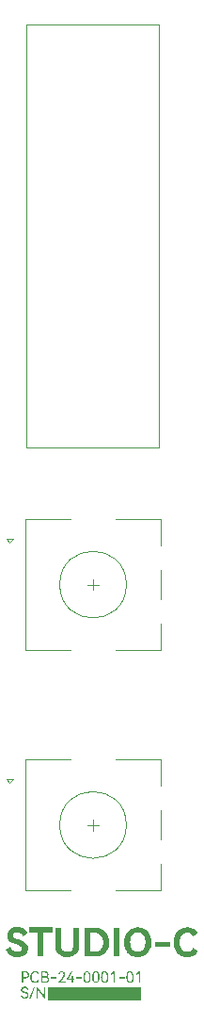
<source format=gbr>
%TF.GenerationSoftware,KiCad,Pcbnew,8.0.1*%
%TF.CreationDate,2024-08-08T15:56:45+10:00*%
%TF.ProjectId,banana17_main,62616e61-6e61-4313-975f-6d61696e2e6b,rev?*%
%TF.SameCoordinates,Original*%
%TF.FileFunction,Legend,Top*%
%TF.FilePolarity,Positive*%
%FSLAX46Y46*%
G04 Gerber Fmt 4.6, Leading zero omitted, Abs format (unit mm)*
G04 Created by KiCad (PCBNEW 8.0.1) date 2024-08-08 15:56:45*
%MOMM*%
%LPD*%
G01*
G04 APERTURE LIST*
%ADD10C,0.100000*%
%ADD11C,0.125000*%
%ADD12C,0.200000*%
%ADD13C,0.120000*%
G04 APERTURE END LIST*
D10*
X101500000Y-149950000D02*
X109800000Y-149950000D01*
X109800000Y-151050000D01*
X101500000Y-151050000D01*
X101500000Y-149950000D01*
G36*
X101500000Y-149950000D02*
G01*
X109800000Y-149950000D01*
X109800000Y-151050000D01*
X101500000Y-151050000D01*
X101500000Y-149950000D01*
G37*
D11*
G36*
X99751290Y-150693991D02*
G01*
X99747379Y-150747424D01*
X99735644Y-150796898D01*
X99716085Y-150842412D01*
X99711235Y-150851039D01*
X99682550Y-150890824D01*
X99646568Y-150924694D01*
X99603286Y-150952648D01*
X99593754Y-150957529D01*
X99548041Y-150975948D01*
X99497729Y-150988338D01*
X99449148Y-150994292D01*
X99410327Y-150995631D01*
X99356335Y-150993175D01*
X99305364Y-150985808D01*
X99257416Y-150973529D01*
X99205297Y-150952996D01*
X99157292Y-150925778D01*
X99114780Y-150892913D01*
X99079140Y-150855653D01*
X99050372Y-150813999D01*
X99028477Y-150767951D01*
X99019050Y-150739665D01*
X99117480Y-150680314D01*
X99138562Y-150726231D01*
X99167715Y-150771174D01*
X99202627Y-150809007D01*
X99229099Y-150830279D01*
X99273567Y-150855545D01*
X99323716Y-150872542D01*
X99373060Y-150880709D01*
X99413014Y-150882547D01*
X99466063Y-150878972D01*
X99516667Y-150866617D01*
X99562193Y-150842833D01*
X99569330Y-150837362D01*
X99603413Y-150798527D01*
X99621765Y-150749801D01*
X99625261Y-150711821D01*
X99619497Y-150663145D01*
X99598520Y-150617200D01*
X99590334Y-150606796D01*
X99554278Y-150572933D01*
X99511137Y-150546904D01*
X99504849Y-150544026D01*
X99457442Y-150524885D01*
X99407442Y-150507619D01*
X99365387Y-150494445D01*
X99318431Y-150479836D01*
X99271299Y-150463802D01*
X99221879Y-150444783D01*
X99206140Y-150438025D01*
X99163505Y-150414131D01*
X99123208Y-150379796D01*
X99104047Y-150357669D01*
X99078745Y-150312629D01*
X99065810Y-150263015D01*
X99062526Y-150216496D01*
X99066843Y-150163235D01*
X99079794Y-150114888D01*
X99104014Y-150067380D01*
X99106734Y-150063356D01*
X99141109Y-150022859D01*
X99183451Y-149989693D01*
X99228855Y-149965903D01*
X99279516Y-149948386D01*
X99328211Y-149938168D01*
X99379843Y-149933205D01*
X99403733Y-149932686D01*
X99452654Y-149934816D01*
X99505127Y-149942683D01*
X99552645Y-149956347D01*
X99600883Y-149979062D01*
X99622575Y-149993258D01*
X99660936Y-150025437D01*
X99695954Y-150066456D01*
X99722356Y-150112575D01*
X99735170Y-150146154D01*
X99638695Y-150205505D01*
X99616135Y-150161942D01*
X99585756Y-150121296D01*
X99549546Y-150088269D01*
X99506173Y-150064073D01*
X99459080Y-150050792D01*
X99410456Y-150045937D01*
X99398848Y-150045771D01*
X99348243Y-150049171D01*
X99298993Y-150060925D01*
X99253304Y-150083552D01*
X99245952Y-150088757D01*
X99210976Y-150125050D01*
X99191302Y-150173515D01*
X99188555Y-150203551D01*
X99196371Y-150252156D01*
X99219818Y-150290990D01*
X99257516Y-150322873D01*
X99298220Y-150344480D01*
X99346319Y-150362538D01*
X99393425Y-150377777D01*
X99427669Y-150387955D01*
X99477281Y-150403480D01*
X99527036Y-150420689D01*
X99574797Y-150439494D01*
X99595708Y-150448771D01*
X99641126Y-150475127D01*
X99681391Y-150509863D01*
X99705373Y-150537676D01*
X99731515Y-150582814D01*
X99745865Y-150631662D01*
X99751111Y-150681989D01*
X99751290Y-150693991D01*
G37*
G36*
X99823098Y-150980000D02*
G01*
X100206803Y-149948318D01*
X100326971Y-149948318D01*
X99943510Y-150980000D01*
X99823098Y-150980000D01*
G37*
G36*
X100584891Y-149948318D02*
G01*
X101143475Y-150755785D01*
X101143475Y-149948318D01*
X101269504Y-149948318D01*
X101269504Y-150980000D01*
X101156908Y-150980000D01*
X100598325Y-150171067D01*
X100598325Y-150980000D01*
X100472295Y-150980000D01*
X100472295Y-149948318D01*
X100584891Y-149948318D01*
G37*
G36*
X99488958Y-148550882D02*
G01*
X99542297Y-148559898D01*
X99592196Y-148575406D01*
X99623551Y-148589351D01*
X99666618Y-148614943D01*
X99707853Y-148649271D01*
X99742123Y-148689800D01*
X99751046Y-148703168D01*
X99775389Y-148750685D01*
X99790717Y-148802258D01*
X99796802Y-148852140D01*
X99797208Y-148869497D01*
X99793634Y-148920474D01*
X99782911Y-148968166D01*
X99762613Y-149017306D01*
X99752023Y-149035826D01*
X99720253Y-149078039D01*
X99681422Y-149114003D01*
X99640438Y-149141028D01*
X99625505Y-149148911D01*
X99577940Y-149168392D01*
X99526742Y-149181497D01*
X99478183Y-149187794D01*
X99439881Y-149189211D01*
X99251081Y-149189211D01*
X99251081Y-149580000D01*
X99125052Y-149580000D01*
X99125052Y-148661402D01*
X99251081Y-148661402D01*
X99251081Y-149076127D01*
X99426692Y-149076127D01*
X99475685Y-149073357D01*
X99525267Y-149063408D01*
X99572871Y-149043566D01*
X99607920Y-149018241D01*
X99641279Y-148978842D01*
X99662283Y-148933004D01*
X99670932Y-148880726D01*
X99671179Y-148869497D01*
X99665001Y-148815859D01*
X99646468Y-148768518D01*
X99615580Y-148727474D01*
X99607920Y-148720020D01*
X99568009Y-148691684D01*
X99519443Y-148672622D01*
X99469007Y-148663463D01*
X99426692Y-148661402D01*
X99251081Y-148661402D01*
X99125052Y-148661402D01*
X99125052Y-148548318D01*
X99438660Y-148548318D01*
X99488958Y-148550882D01*
G37*
G36*
X100351884Y-149482547D02*
G01*
X100402207Y-149478712D01*
X100456819Y-149463989D01*
X100505127Y-149438223D01*
X100547133Y-149401415D01*
X100577324Y-149362307D01*
X100598325Y-149325498D01*
X100698953Y-149384849D01*
X100674498Y-149431729D01*
X100644120Y-149473204D01*
X100607820Y-149509276D01*
X100565596Y-149539944D01*
X100518656Y-149564307D01*
X100468204Y-149581709D01*
X100414242Y-149592151D01*
X100364145Y-149595577D01*
X100356769Y-149595631D01*
X100301364Y-149592394D01*
X100248203Y-149582681D01*
X100197286Y-149566494D01*
X100148613Y-149543832D01*
X100121807Y-149527976D01*
X100077760Y-149495829D01*
X100037945Y-149458586D01*
X100002360Y-149416248D01*
X99971006Y-149368813D01*
X99954989Y-149339420D01*
X99934238Y-149292806D01*
X99917780Y-149243822D01*
X99905616Y-149192468D01*
X99897745Y-149138744D01*
X99894167Y-149082650D01*
X99893928Y-149063426D01*
X99896075Y-149006551D01*
X99902515Y-148952063D01*
X99913248Y-148899962D01*
X99928275Y-148850248D01*
X99947595Y-148802921D01*
X99954989Y-148787676D01*
X99979533Y-148744153D01*
X100012095Y-148698195D01*
X100048889Y-148657426D01*
X100089913Y-148621846D01*
X100121807Y-148599609D01*
X100169198Y-148573532D01*
X100218832Y-148553861D01*
X100270711Y-148540594D01*
X100324834Y-148533732D01*
X100356769Y-148532686D01*
X100407250Y-148535363D01*
X100461651Y-148544976D01*
X100512541Y-148561581D01*
X100559921Y-148585177D01*
X100565596Y-148588618D01*
X100607820Y-148619179D01*
X100644120Y-148655174D01*
X100674498Y-148696604D01*
X100698953Y-148743468D01*
X100598325Y-148802819D01*
X100571636Y-148757575D01*
X100533831Y-148713406D01*
X100489725Y-148680278D01*
X100439315Y-148658193D01*
X100382603Y-148647151D01*
X100351884Y-148645771D01*
X100298550Y-148649924D01*
X100248732Y-148662386D01*
X100202431Y-148683155D01*
X100178227Y-148698283D01*
X100138460Y-148731065D01*
X100104064Y-148770608D01*
X100075039Y-148816914D01*
X100061235Y-148845561D01*
X100043176Y-148894715D01*
X100030277Y-148947411D01*
X100023223Y-148996424D01*
X100020119Y-149048149D01*
X100019958Y-149063426D01*
X100021933Y-149115972D01*
X100027858Y-149165901D01*
X100039467Y-149219757D01*
X100056236Y-149270193D01*
X100061235Y-149282267D01*
X100084117Y-149327330D01*
X100114933Y-149371603D01*
X100151119Y-149409075D01*
X100178227Y-149430279D01*
X100222575Y-149455545D01*
X100270439Y-149472542D01*
X100321820Y-149481271D01*
X100351884Y-149482547D01*
G37*
G36*
X101241004Y-148546806D02*
G01*
X101295145Y-148554373D01*
X101344842Y-148567389D01*
X101375505Y-148579092D01*
X101421563Y-148603598D01*
X101460513Y-148634066D01*
X101495149Y-148674468D01*
X101497871Y-148678499D01*
X101522484Y-148725566D01*
X101535994Y-148772811D01*
X101541060Y-148824303D01*
X101541102Y-148829685D01*
X101536671Y-148883349D01*
X101523379Y-148930951D01*
X101496672Y-148978824D01*
X101457903Y-149018446D01*
X101415073Y-149045840D01*
X101469112Y-149066148D01*
X101513991Y-149093182D01*
X101549712Y-149126941D01*
X101580486Y-149176332D01*
X101596057Y-149224889D01*
X101602468Y-149280173D01*
X101602651Y-149292037D01*
X101599363Y-149341024D01*
X101587213Y-149392814D01*
X101566110Y-149438831D01*
X101536055Y-149479074D01*
X101509106Y-149504284D01*
X101464010Y-149533787D01*
X101418546Y-149553307D01*
X101366797Y-149567504D01*
X101308763Y-149576376D01*
X101255599Y-149579704D01*
X101233112Y-149580000D01*
X100867969Y-149580000D01*
X100867969Y-149114717D01*
X100993998Y-149114717D01*
X100993998Y-149466915D01*
X101214305Y-149466915D01*
X101268817Y-149464718D01*
X101323302Y-149456826D01*
X101374635Y-149441086D01*
X101411409Y-149420997D01*
X101448537Y-149385158D01*
X101470254Y-149340775D01*
X101476622Y-149293014D01*
X101470254Y-149244232D01*
X101448537Y-149198837D01*
X101411409Y-149162100D01*
X101364140Y-149137113D01*
X101316947Y-149123786D01*
X101261420Y-149116383D01*
X101214305Y-149114717D01*
X100993998Y-149114717D01*
X100867969Y-149114717D01*
X100867969Y-148657739D01*
X100993998Y-148657739D01*
X100993998Y-149001632D01*
X101171807Y-149001632D01*
X101226533Y-148998778D01*
X101274694Y-148990214D01*
X101321030Y-148973756D01*
X101351325Y-148955959D01*
X101387619Y-148920148D01*
X101408847Y-148875852D01*
X101415073Y-148828220D01*
X101407454Y-148777908D01*
X101381762Y-148731975D01*
X101350593Y-148703656D01*
X101305532Y-148679442D01*
X101256575Y-148665317D01*
X101206375Y-148658860D01*
X101171807Y-148657739D01*
X100993998Y-148657739D01*
X100867969Y-148657739D01*
X100867969Y-148544654D01*
X101189148Y-148544654D01*
X101241004Y-148546806D01*
G37*
G36*
X101748220Y-149204842D02*
G01*
X101748220Y-149095422D01*
X102264061Y-149095422D01*
X102264061Y-149204842D01*
X101748220Y-149204842D01*
G37*
G36*
X102591591Y-149470579D02*
G01*
X103056385Y-149470579D01*
X103056385Y-149583663D01*
X102399860Y-149583663D01*
X102399860Y-149502086D01*
X102733984Y-149129616D01*
X102767343Y-149092060D01*
X102800988Y-149052175D01*
X102832484Y-149011772D01*
X102861421Y-148969039D01*
X102863677Y-148965240D01*
X102885258Y-148918735D01*
X102896879Y-148869344D01*
X102899092Y-148834815D01*
X102894250Y-148782341D01*
X102877739Y-148733875D01*
X102849511Y-148695108D01*
X102808971Y-148665043D01*
X102761355Y-148648854D01*
X102725680Y-148645771D01*
X102675454Y-148651860D01*
X102629558Y-148670129D01*
X102591591Y-148697306D01*
X102555772Y-148736522D01*
X102529821Y-148779036D01*
X102510167Y-148828085D01*
X102508548Y-148833349D01*
X102406943Y-148775464D01*
X102423270Y-148727589D01*
X102448942Y-148678885D01*
X102482095Y-148636593D01*
X102522727Y-148600712D01*
X102528332Y-148596678D01*
X102575043Y-148568681D01*
X102624319Y-148548684D01*
X102676160Y-148536686D01*
X102730565Y-148532686D01*
X102779862Y-148536073D01*
X102830893Y-148547623D01*
X102878576Y-148567369D01*
X102921382Y-148594883D01*
X102957780Y-148630075D01*
X102985310Y-148668729D01*
X103006304Y-148713122D01*
X103019523Y-148762954D01*
X103024772Y-148812452D01*
X103025122Y-148829930D01*
X103021605Y-148880658D01*
X103011057Y-148929801D01*
X102993475Y-148977361D01*
X102980669Y-149003098D01*
X102954261Y-149046543D01*
X102924291Y-149088914D01*
X102893505Y-149128470D01*
X102858013Y-149171014D01*
X102824842Y-149208750D01*
X102591591Y-149470579D01*
G37*
G36*
X103759804Y-148954738D02*
G01*
X103759804Y-149236106D01*
X103900488Y-149236106D01*
X103900488Y-149349190D01*
X103759804Y-149349190D01*
X103759804Y-149580000D01*
X103633775Y-149580000D01*
X103633775Y-149349190D01*
X103181437Y-149349190D01*
X103181437Y-149258087D01*
X103565387Y-148540502D01*
X103701674Y-148540502D01*
X103326517Y-149236106D01*
X103633775Y-149236106D01*
X103633775Y-148954738D01*
X103759804Y-148954738D01*
G37*
G36*
X104025540Y-149204842D02*
G01*
X104025540Y-149095422D01*
X104541381Y-149095422D01*
X104541381Y-149204842D01*
X104025540Y-149204842D01*
G37*
G36*
X105062467Y-148537452D02*
G01*
X105114287Y-148551749D01*
X105160904Y-148575577D01*
X105202318Y-148608936D01*
X105238528Y-148651826D01*
X105249441Y-148668241D01*
X105273998Y-148713662D01*
X105294392Y-148765356D01*
X105310625Y-148823323D01*
X105320614Y-148874214D01*
X105327939Y-148929119D01*
X105332601Y-148988038D01*
X105334599Y-149050973D01*
X105334682Y-149067334D01*
X105333350Y-149130978D01*
X105329354Y-149190631D01*
X105322695Y-149246291D01*
X105313372Y-149297960D01*
X105301385Y-149345637D01*
X105282655Y-149399620D01*
X105259763Y-149447365D01*
X105249441Y-149464717D01*
X105214966Y-149510452D01*
X105175287Y-149546725D01*
X105130404Y-149573536D01*
X105080318Y-149590884D01*
X105025029Y-149598769D01*
X105005443Y-149599295D01*
X104948742Y-149594538D01*
X104897159Y-149580267D01*
X104850694Y-149556482D01*
X104809346Y-149523183D01*
X104773116Y-149480369D01*
X104762177Y-149463984D01*
X104737690Y-149418558D01*
X104717354Y-149367003D01*
X104701169Y-149309317D01*
X104691208Y-149258755D01*
X104683904Y-149204270D01*
X104679255Y-149145861D01*
X104677263Y-149083530D01*
X104677185Y-149068311D01*
X104803210Y-149068311D01*
X104803977Y-149119388D01*
X104807093Y-149178512D01*
X104812606Y-149232389D01*
X104820517Y-149281018D01*
X104833173Y-149332446D01*
X104852302Y-149382896D01*
X104880268Y-149428096D01*
X104919904Y-149463509D01*
X104968196Y-149482578D01*
X105005198Y-149486210D01*
X105053726Y-149479799D01*
X105100255Y-149457259D01*
X105138245Y-149418490D01*
X105158827Y-149383628D01*
X105178242Y-149333394D01*
X105191087Y-149281983D01*
X105199116Y-149233250D01*
X105204711Y-149179162D01*
X105207874Y-149119720D01*
X105208653Y-149068311D01*
X105207874Y-149016482D01*
X105204711Y-148956536D01*
X105199116Y-148901969D01*
X105191087Y-148852780D01*
X105178242Y-148800854D01*
X105158827Y-148750062D01*
X105130541Y-148704435D01*
X105090654Y-148668686D01*
X105042227Y-148649437D01*
X105005198Y-148645771D01*
X104956716Y-148652289D01*
X104910348Y-148675204D01*
X104872636Y-148714619D01*
X104852302Y-148750062D01*
X104833173Y-148800854D01*
X104820517Y-148852780D01*
X104812606Y-148901969D01*
X104807093Y-148956536D01*
X104803977Y-149016482D01*
X104803210Y-149068311D01*
X104677185Y-149068311D01*
X104677180Y-149067334D01*
X104678508Y-149003728D01*
X104682493Y-148944067D01*
X104689133Y-148888353D01*
X104698429Y-148836585D01*
X104710382Y-148788763D01*
X104729058Y-148734535D01*
X104751884Y-148686472D01*
X104762177Y-148668974D01*
X104796701Y-148622657D01*
X104836343Y-148585923D01*
X104881102Y-148558772D01*
X104930979Y-148541204D01*
X104985974Y-148533219D01*
X105005443Y-148532686D01*
X105062467Y-148537452D01*
G37*
G36*
X105859675Y-148537452D02*
G01*
X105911496Y-148551749D01*
X105958113Y-148575577D01*
X105999526Y-148608936D01*
X106035736Y-148651826D01*
X106046650Y-148668241D01*
X106071207Y-148713662D01*
X106091601Y-148765356D01*
X106107833Y-148823323D01*
X106117823Y-148874214D01*
X106125148Y-148929119D01*
X106129810Y-148988038D01*
X106131807Y-149050973D01*
X106131891Y-149067334D01*
X106130559Y-149130978D01*
X106126563Y-149190631D01*
X106119904Y-149246291D01*
X106110580Y-149297960D01*
X106098593Y-149345637D01*
X106079864Y-149399620D01*
X106056972Y-149447365D01*
X106046650Y-149464717D01*
X106012174Y-149510452D01*
X105972495Y-149546725D01*
X105927613Y-149573536D01*
X105877527Y-149590884D01*
X105822237Y-149598769D01*
X105802651Y-149599295D01*
X105745951Y-149594538D01*
X105694368Y-149580267D01*
X105647902Y-149556482D01*
X105606555Y-149523183D01*
X105570325Y-149480369D01*
X105559385Y-149463984D01*
X105534899Y-149418558D01*
X105514563Y-149367003D01*
X105498377Y-149309317D01*
X105488417Y-149258755D01*
X105481112Y-149204270D01*
X105476464Y-149145861D01*
X105474472Y-149083530D01*
X105474394Y-149068311D01*
X105600418Y-149068311D01*
X105601185Y-149119388D01*
X105604302Y-149178512D01*
X105609815Y-149232389D01*
X105617725Y-149281018D01*
X105630382Y-149332446D01*
X105649511Y-149382896D01*
X105677477Y-149428096D01*
X105717113Y-149463509D01*
X105765404Y-149482578D01*
X105802407Y-149486210D01*
X105850935Y-149479799D01*
X105897464Y-149457259D01*
X105935454Y-149418490D01*
X105956036Y-149383628D01*
X105975450Y-149333394D01*
X105988296Y-149281983D01*
X105996324Y-149233250D01*
X106001920Y-149179162D01*
X106005083Y-149119720D01*
X106005861Y-149068311D01*
X106005083Y-149016482D01*
X106001920Y-148956536D01*
X105996324Y-148901969D01*
X105988296Y-148852780D01*
X105975450Y-148800854D01*
X105956036Y-148750062D01*
X105927749Y-148704435D01*
X105887862Y-148668686D01*
X105839436Y-148649437D01*
X105802407Y-148645771D01*
X105753925Y-148652289D01*
X105707557Y-148675204D01*
X105669844Y-148714619D01*
X105649511Y-148750062D01*
X105630382Y-148800854D01*
X105617725Y-148852780D01*
X105609815Y-148901969D01*
X105604302Y-148956536D01*
X105601185Y-149016482D01*
X105600418Y-149068311D01*
X105474394Y-149068311D01*
X105474389Y-149067334D01*
X105475717Y-149003728D01*
X105479701Y-148944067D01*
X105486342Y-148888353D01*
X105495638Y-148836585D01*
X105507591Y-148788763D01*
X105526267Y-148734535D01*
X105549093Y-148686472D01*
X105559385Y-148668974D01*
X105593910Y-148622657D01*
X105633551Y-148585923D01*
X105678311Y-148558772D01*
X105728188Y-148541204D01*
X105783182Y-148533219D01*
X105802651Y-148532686D01*
X105859675Y-148537452D01*
G37*
G36*
X106656884Y-148537452D02*
G01*
X106708704Y-148551749D01*
X106755321Y-148575577D01*
X106796735Y-148608936D01*
X106832945Y-148651826D01*
X106843859Y-148668241D01*
X106868415Y-148713662D01*
X106888810Y-148765356D01*
X106905042Y-148823323D01*
X106915031Y-148874214D01*
X106922357Y-148929119D01*
X106927018Y-148988038D01*
X106929016Y-149050973D01*
X106929099Y-149067334D01*
X106927767Y-149130978D01*
X106923772Y-149190631D01*
X106917112Y-149246291D01*
X106907789Y-149297960D01*
X106895802Y-149345637D01*
X106877072Y-149399620D01*
X106854181Y-149447365D01*
X106843859Y-149464717D01*
X106809383Y-149510452D01*
X106769704Y-149546725D01*
X106724822Y-149573536D01*
X106674736Y-149590884D01*
X106619446Y-149598769D01*
X106599860Y-149599295D01*
X106543159Y-149594538D01*
X106491576Y-149580267D01*
X106445111Y-149556482D01*
X106403763Y-149523183D01*
X106367533Y-149480369D01*
X106356594Y-149463984D01*
X106332108Y-149418558D01*
X106311772Y-149367003D01*
X106295586Y-149309317D01*
X106285625Y-149258755D01*
X106278321Y-149204270D01*
X106273673Y-149145861D01*
X106271681Y-149083530D01*
X106271603Y-149068311D01*
X106397627Y-149068311D01*
X106398394Y-149119388D01*
X106401510Y-149178512D01*
X106407024Y-149232389D01*
X106414934Y-149281018D01*
X106427591Y-149332446D01*
X106446720Y-149382896D01*
X106474685Y-149428096D01*
X106514322Y-149463509D01*
X106562613Y-149482578D01*
X106599616Y-149486210D01*
X106648144Y-149479799D01*
X106694673Y-149457259D01*
X106732662Y-149418490D01*
X106753244Y-149383628D01*
X106772659Y-149333394D01*
X106785505Y-149281983D01*
X106793533Y-149233250D01*
X106799129Y-149179162D01*
X106802291Y-149119720D01*
X106803070Y-149068311D01*
X106802291Y-149016482D01*
X106799129Y-148956536D01*
X106793533Y-148901969D01*
X106785505Y-148852780D01*
X106772659Y-148800854D01*
X106753244Y-148750062D01*
X106724958Y-148704435D01*
X106685071Y-148668686D01*
X106636644Y-148649437D01*
X106599616Y-148645771D01*
X106551133Y-148652289D01*
X106504766Y-148675204D01*
X106467053Y-148714619D01*
X106446720Y-148750062D01*
X106427591Y-148800854D01*
X106414934Y-148852780D01*
X106407024Y-148901969D01*
X106401510Y-148956536D01*
X106398394Y-149016482D01*
X106397627Y-149068311D01*
X106271603Y-149068311D01*
X106271598Y-149067334D01*
X106272926Y-149003728D01*
X106276910Y-148944067D01*
X106283550Y-148888353D01*
X106292847Y-148836585D01*
X106304799Y-148788763D01*
X106323475Y-148734535D01*
X106346302Y-148686472D01*
X106356594Y-148668974D01*
X106391118Y-148622657D01*
X106430760Y-148585923D01*
X106475519Y-148558772D01*
X106525396Y-148541204D01*
X106580391Y-148533219D01*
X106599860Y-148532686D01*
X106656884Y-148537452D01*
G37*
G36*
X107146964Y-148852400D02*
G01*
X107146964Y-148722951D01*
X107443475Y-148548318D01*
X107538729Y-148548318D01*
X107538729Y-149580000D01*
X107412700Y-149580000D01*
X107412700Y-148699016D01*
X107146964Y-148852400D01*
G37*
G36*
X107897278Y-149204842D02*
G01*
X107897278Y-149095422D01*
X108413119Y-149095422D01*
X108413119Y-149204842D01*
X107897278Y-149204842D01*
G37*
G36*
X108934204Y-148537452D02*
G01*
X108986025Y-148551749D01*
X109032642Y-148575577D01*
X109074055Y-148608936D01*
X109110265Y-148651826D01*
X109121179Y-148668241D01*
X109145736Y-148713662D01*
X109166130Y-148765356D01*
X109182362Y-148823323D01*
X109192352Y-148874214D01*
X109199677Y-148929119D01*
X109204339Y-148988038D01*
X109206336Y-149050973D01*
X109206420Y-149067334D01*
X109205088Y-149130978D01*
X109201092Y-149190631D01*
X109194433Y-149246291D01*
X109185109Y-149297960D01*
X109173122Y-149345637D01*
X109154393Y-149399620D01*
X109131501Y-149447365D01*
X109121179Y-149464717D01*
X109086703Y-149510452D01*
X109047024Y-149546725D01*
X109002142Y-149573536D01*
X108952056Y-149590884D01*
X108896766Y-149598769D01*
X108877180Y-149599295D01*
X108820480Y-149594538D01*
X108768897Y-149580267D01*
X108722431Y-149556482D01*
X108681084Y-149523183D01*
X108644854Y-149480369D01*
X108633914Y-149463984D01*
X108609428Y-149418558D01*
X108589092Y-149367003D01*
X108572906Y-149309317D01*
X108562946Y-149258755D01*
X108555641Y-149204270D01*
X108550993Y-149145861D01*
X108549001Y-149083530D01*
X108548923Y-149068311D01*
X108674947Y-149068311D01*
X108675714Y-149119388D01*
X108678830Y-149178512D01*
X108684344Y-149232389D01*
X108692254Y-149281018D01*
X108704911Y-149332446D01*
X108724040Y-149382896D01*
X108752006Y-149428096D01*
X108791642Y-149463509D01*
X108839933Y-149482578D01*
X108876936Y-149486210D01*
X108925464Y-149479799D01*
X108971993Y-149457259D01*
X109009983Y-149418490D01*
X109030565Y-149383628D01*
X109049979Y-149333394D01*
X109062825Y-149281983D01*
X109070853Y-149233250D01*
X109076449Y-149179162D01*
X109079612Y-149119720D01*
X109080390Y-149068311D01*
X109079612Y-149016482D01*
X109076449Y-148956536D01*
X109070853Y-148901969D01*
X109062825Y-148852780D01*
X109049979Y-148800854D01*
X109030565Y-148750062D01*
X109002278Y-148704435D01*
X108962391Y-148668686D01*
X108913965Y-148649437D01*
X108876936Y-148645771D01*
X108828454Y-148652289D01*
X108782086Y-148675204D01*
X108744373Y-148714619D01*
X108724040Y-148750062D01*
X108704911Y-148800854D01*
X108692254Y-148852780D01*
X108684344Y-148901969D01*
X108678830Y-148956536D01*
X108675714Y-149016482D01*
X108674947Y-149068311D01*
X108548923Y-149068311D01*
X108548918Y-149067334D01*
X108550246Y-149003728D01*
X108554230Y-148944067D01*
X108560870Y-148888353D01*
X108570167Y-148836585D01*
X108582120Y-148788763D01*
X108600796Y-148734535D01*
X108623622Y-148686472D01*
X108633914Y-148668974D01*
X108668438Y-148622657D01*
X108708080Y-148585923D01*
X108752840Y-148558772D01*
X108802717Y-148541204D01*
X108857711Y-148533219D01*
X108877180Y-148532686D01*
X108934204Y-148537452D01*
G37*
G36*
X109424284Y-148852400D02*
G01*
X109424284Y-148722951D01*
X109720795Y-148548318D01*
X109816050Y-148548318D01*
X109816050Y-149580000D01*
X109690020Y-149580000D01*
X109690020Y-148699016D01*
X109424284Y-148852400D01*
G37*
D12*
G36*
X99693021Y-146469068D02*
G01*
X99684549Y-146596494D01*
X99654764Y-146726984D01*
X99603534Y-146843854D01*
X99557466Y-146914200D01*
X99474793Y-147007741D01*
X99379272Y-147086406D01*
X99270903Y-147150194D01*
X99205146Y-147179204D01*
X99080800Y-147220232D01*
X98951625Y-147247833D01*
X98817619Y-147262006D01*
X98741085Y-147264078D01*
X98608893Y-147258132D01*
X98481596Y-147240293D01*
X98359193Y-147210562D01*
X98241684Y-147168938D01*
X98129070Y-147115422D01*
X98092620Y-147094940D01*
X97991118Y-147026326D01*
X97889901Y-146933741D01*
X97807209Y-146827656D01*
X97743041Y-146708073D01*
X97708548Y-146614392D01*
X98130478Y-146376866D01*
X98190095Y-146492249D01*
X98264382Y-146590340D01*
X98363040Y-146678267D01*
X98372889Y-146685223D01*
X98489886Y-146747798D01*
X98609145Y-146782145D01*
X98740688Y-146795025D01*
X98754518Y-146795132D01*
X98879139Y-146784656D01*
X98998050Y-146745954D01*
X99040282Y-146720638D01*
X99122706Y-146621883D01*
X99145917Y-146503262D01*
X99120516Y-146381661D01*
X99073866Y-146314584D01*
X98976544Y-146237316D01*
X98895568Y-146197348D01*
X98778521Y-146154191D01*
X98659768Y-146115222D01*
X98603698Y-146097819D01*
X98485126Y-146060419D01*
X98365326Y-146018709D01*
X98249096Y-145972818D01*
X98197644Y-145950052D01*
X98086304Y-145884965D01*
X97987672Y-145799614D01*
X97928977Y-145731454D01*
X97865359Y-145620157D01*
X97830440Y-145499944D01*
X97817673Y-145376253D01*
X97817236Y-145346772D01*
X97827669Y-145210958D01*
X97858967Y-145087219D01*
X97911131Y-144975554D01*
X97949127Y-144918736D01*
X98030030Y-144826526D01*
X98124360Y-144748420D01*
X98232117Y-144684417D01*
X98297784Y-144654954D01*
X98422371Y-144612745D01*
X98552271Y-144584350D01*
X98687484Y-144569769D01*
X98764898Y-144567637D01*
X98889648Y-144573197D01*
X99026399Y-144593738D01*
X99153683Y-144629414D01*
X99271501Y-144680225D01*
X99349860Y-144725785D01*
X99448180Y-144800321D01*
X99540296Y-144898600D01*
X99610812Y-145010847D01*
X99659727Y-145137061D01*
X99664323Y-145153820D01*
X99239340Y-145391346D01*
X99184242Y-145276543D01*
X99104592Y-145175234D01*
X99053105Y-145130617D01*
X98942114Y-145069734D01*
X98821414Y-145041083D01*
X98742916Y-145036584D01*
X98616073Y-145049886D01*
X98496012Y-145098293D01*
X98468754Y-145117184D01*
X98387283Y-145216648D01*
X98364340Y-145328454D01*
X98395798Y-145449433D01*
X98430896Y-145493928D01*
X98533766Y-145569162D01*
X98600034Y-145600174D01*
X98721087Y-145644138D01*
X98845745Y-145684354D01*
X98877861Y-145694207D01*
X98998456Y-145731569D01*
X99120987Y-145773874D01*
X99240819Y-145821220D01*
X99294295Y-145845027D01*
X99401663Y-145906304D01*
X99497920Y-145985186D01*
X99575785Y-146072173D01*
X99642532Y-146187118D01*
X99679168Y-146311147D01*
X99692563Y-146438681D01*
X99693021Y-146469068D01*
G37*
G36*
X99810258Y-144606716D02*
G01*
X101881437Y-144606716D01*
X101881437Y-145075662D01*
X101095586Y-145075662D01*
X101095586Y-147205460D01*
X100591835Y-147205460D01*
X100591835Y-145075662D01*
X99810258Y-145075662D01*
X99810258Y-144606716D01*
G37*
G36*
X103808513Y-144645795D02*
G01*
X104312264Y-144645795D01*
X104312264Y-146180251D01*
X104306040Y-146320712D01*
X104287370Y-146453051D01*
X104256252Y-146577268D01*
X104212687Y-146693361D01*
X104182205Y-146756053D01*
X104109886Y-146871420D01*
X104022989Y-146972666D01*
X103921514Y-147059792D01*
X103805460Y-147132798D01*
X103693420Y-147183951D01*
X103572614Y-147222540D01*
X103443042Y-147248566D01*
X103304705Y-147262027D01*
X103221720Y-147264078D01*
X103097070Y-147259463D01*
X102960110Y-147242412D01*
X102832267Y-147212797D01*
X102713540Y-147170618D01*
X102634316Y-147132798D01*
X102518529Y-147059792D01*
X102417245Y-146972666D01*
X102330462Y-146871420D01*
X102258182Y-146756053D01*
X102207504Y-146644601D01*
X102169274Y-146525027D01*
X102143491Y-146397329D01*
X102130154Y-146261509D01*
X102128122Y-146180251D01*
X102128122Y-144645795D01*
X102631873Y-144645795D01*
X102631873Y-146056297D01*
X102637304Y-146189319D01*
X102657369Y-146327690D01*
X102692218Y-146447945D01*
X102750150Y-146563197D01*
X102786357Y-146611950D01*
X102883252Y-146700500D01*
X103000143Y-146760070D01*
X103120834Y-146788692D01*
X103221720Y-146795132D01*
X103352657Y-146783683D01*
X103481623Y-146743433D01*
X103591173Y-146674203D01*
X103653419Y-146611950D01*
X103721273Y-146508528D01*
X103769740Y-146381446D01*
X103796245Y-146250839D01*
X103807150Y-146124472D01*
X103808513Y-146056297D01*
X103808513Y-144645795D01*
G37*
G36*
X105816273Y-144651119D02*
G01*
X105949330Y-144667090D01*
X106077365Y-144693709D01*
X106200376Y-144730975D01*
X106318364Y-144778888D01*
X106356577Y-144797226D01*
X106465871Y-144858928D01*
X106566148Y-144930462D01*
X106657410Y-145011828D01*
X106739656Y-145103025D01*
X106812886Y-145204055D01*
X106835293Y-145239916D01*
X106894848Y-145352795D01*
X106942082Y-145473444D01*
X106976994Y-145601865D01*
X106999584Y-145738057D01*
X107009852Y-145882019D01*
X107010537Y-145931734D01*
X107006258Y-146054460D01*
X106989829Y-146194766D01*
X106961078Y-146327473D01*
X106920005Y-146452581D01*
X106866611Y-146570089D01*
X106835293Y-146625994D01*
X106765132Y-146730780D01*
X106686085Y-146825777D01*
X106598150Y-146910985D01*
X106501329Y-146986405D01*
X106395620Y-147052035D01*
X106358408Y-147071737D01*
X106242589Y-147123822D01*
X106121359Y-147165131D01*
X105994720Y-147195664D01*
X105862672Y-147215421D01*
X105725214Y-147224401D01*
X105678192Y-147225000D01*
X104822121Y-147225000D01*
X104822121Y-145073220D01*
X105325872Y-145073220D01*
X105325872Y-146797575D01*
X105612247Y-146797575D01*
X105736175Y-146792104D01*
X105872531Y-146771095D01*
X105995406Y-146734330D01*
X106121722Y-146671522D01*
X106229688Y-146587269D01*
X106243614Y-146573482D01*
X106329266Y-146466266D01*
X106393881Y-146340702D01*
X106432521Y-146218471D01*
X106455705Y-146082759D01*
X106463218Y-145959367D01*
X106463433Y-145933565D01*
X106458021Y-145810368D01*
X106437242Y-145674298D01*
X106400877Y-145551065D01*
X106338755Y-145423518D01*
X106255419Y-145313443D01*
X106241782Y-145299145D01*
X106135899Y-145211113D01*
X106012192Y-145144704D01*
X105891971Y-145104991D01*
X105758656Y-145081163D01*
X105612247Y-145073220D01*
X105325872Y-145073220D01*
X104822121Y-145073220D01*
X104822121Y-144645795D01*
X105678192Y-144645795D01*
X105816273Y-144651119D01*
G37*
G36*
X107924616Y-147225000D02*
G01*
X107420865Y-147225000D01*
X107420865Y-144645795D01*
X107924616Y-144645795D01*
X107924616Y-147225000D01*
G37*
G36*
X109702980Y-144612340D02*
G01*
X109825626Y-144629213D01*
X109962853Y-144663115D01*
X110093769Y-144712327D01*
X110200959Y-144766695D01*
X110317996Y-144843494D01*
X110423871Y-144933909D01*
X110518585Y-145037939D01*
X110590885Y-145137945D01*
X110644870Y-145228925D01*
X110700483Y-145345625D01*
X110744590Y-145469494D01*
X110777191Y-145600534D01*
X110798285Y-145738744D01*
X110807874Y-145884123D01*
X110808513Y-145934176D01*
X110804518Y-146058709D01*
X110789176Y-146201420D01*
X110762329Y-146336789D01*
X110723975Y-146464816D01*
X110674115Y-146585501D01*
X110644870Y-146643091D01*
X110579404Y-146751226D01*
X110505738Y-146849400D01*
X110409429Y-146951347D01*
X110301960Y-147039737D01*
X110200959Y-147104710D01*
X110075453Y-147166808D01*
X109943636Y-147213653D01*
X109805507Y-147245247D01*
X109682088Y-147260188D01*
X109575697Y-147264078D01*
X109448393Y-147258476D01*
X109325682Y-147241667D01*
X109188326Y-147207895D01*
X109057223Y-147158870D01*
X108949825Y-147104710D01*
X108833114Y-147027940D01*
X108727681Y-146937613D01*
X108633526Y-146833729D01*
X108561799Y-146733895D01*
X108508356Y-146643091D01*
X108453366Y-146526076D01*
X108409753Y-146401720D01*
X108377517Y-146270022D01*
X108356658Y-146130982D01*
X108347177Y-145984601D01*
X108346545Y-145934176D01*
X108346565Y-145933565D01*
X108893649Y-145933565D01*
X108898992Y-146057519D01*
X108917775Y-146188208D01*
X108950083Y-146309623D01*
X108979134Y-146385415D01*
X109039360Y-146499212D01*
X109121311Y-146604278D01*
X109219713Y-146688276D01*
X109332244Y-146749113D01*
X109455742Y-146784697D01*
X109577529Y-146795132D01*
X109699257Y-146784697D01*
X109822551Y-146749113D01*
X109934734Y-146688276D01*
X110033484Y-146604278D01*
X110115639Y-146499212D01*
X110175924Y-146385415D01*
X110217247Y-146270182D01*
X110245047Y-146145675D01*
X110259322Y-146011895D01*
X110261409Y-145933565D01*
X110256066Y-145809765D01*
X110237283Y-145679613D01*
X110204976Y-145559120D01*
X110175924Y-145484159D01*
X110115639Y-145371005D01*
X110033484Y-145266372D01*
X109934734Y-145182519D01*
X109822551Y-145121682D01*
X109699257Y-145086098D01*
X109577529Y-145075662D01*
X109455742Y-145086098D01*
X109332244Y-145121682D01*
X109219713Y-145182519D01*
X109121311Y-145266372D01*
X109039360Y-145371005D01*
X108979134Y-145484159D01*
X108934054Y-145611480D01*
X108907758Y-145736265D01*
X108894985Y-145870711D01*
X108893649Y-145933565D01*
X108346565Y-145933565D01*
X108350496Y-145810537D01*
X108365665Y-145668743D01*
X108392213Y-145534118D01*
X108430137Y-145406663D01*
X108479439Y-145286379D01*
X108508356Y-145228925D01*
X108573178Y-145120583D01*
X108646287Y-145022244D01*
X108742052Y-144920159D01*
X108849096Y-144831689D01*
X108949825Y-144766695D01*
X109075569Y-144704360D01*
X109207566Y-144657335D01*
X109345815Y-144625620D01*
X109469291Y-144610622D01*
X109575697Y-144606716D01*
X109702980Y-144612340D01*
G37*
G36*
X111126029Y-146365265D02*
G01*
X111126029Y-145937840D01*
X112454710Y-145937840D01*
X112454710Y-146365265D01*
X111126029Y-146365265D01*
G37*
G36*
X114033129Y-146795132D02*
G01*
X114154758Y-146783588D01*
X114273783Y-146744662D01*
X114353698Y-146697435D01*
X114447178Y-146612885D01*
X114525202Y-146506697D01*
X114568632Y-146423883D01*
X114992393Y-146669347D01*
X114934882Y-146793873D01*
X114857602Y-146906721D01*
X114773765Y-146995883D01*
X114674794Y-147076104D01*
X114643736Y-147097383D01*
X114528407Y-147162335D01*
X114403610Y-147211335D01*
X114269347Y-147244381D01*
X114146730Y-147260009D01*
X114039235Y-147264078D01*
X113913341Y-147258282D01*
X113791653Y-147240894D01*
X113655002Y-147205957D01*
X113524079Y-147155242D01*
X113416416Y-147099214D01*
X113298816Y-147020454D01*
X113192319Y-146928428D01*
X113096924Y-146823137D01*
X113023995Y-146722330D01*
X112969452Y-146630879D01*
X112913216Y-146513921D01*
X112868616Y-146390653D01*
X112835650Y-146261073D01*
X112814319Y-146125182D01*
X112804624Y-145982979D01*
X112803977Y-145934176D01*
X112809730Y-145789934D01*
X112826989Y-145652133D01*
X112855755Y-145520771D01*
X112896026Y-145395850D01*
X112947804Y-145277368D01*
X112967620Y-145239305D01*
X113033193Y-145130791D01*
X113107182Y-145031937D01*
X113204137Y-144928817D01*
X113312546Y-144838845D01*
X113414584Y-144772191D01*
X113541313Y-144707714D01*
X113673594Y-144659073D01*
X113811426Y-144626269D01*
X113933986Y-144610756D01*
X114039235Y-144606716D01*
X114167649Y-144612598D01*
X114289107Y-144630244D01*
X114422018Y-144665698D01*
X114545462Y-144717165D01*
X114643736Y-144774023D01*
X114747032Y-144851660D01*
X114835193Y-144938180D01*
X114917415Y-145047937D01*
X114979868Y-145169295D01*
X114992393Y-145201448D01*
X114568632Y-145446912D01*
X114507145Y-145335594D01*
X114425257Y-145235059D01*
X114353698Y-145173970D01*
X114245363Y-145114064D01*
X114122774Y-145081807D01*
X114033129Y-145075662D01*
X113903354Y-145088073D01*
X113783536Y-145125303D01*
X113683251Y-145180687D01*
X113585112Y-145263497D01*
X113502268Y-145367521D01*
X113440230Y-145480495D01*
X113397135Y-145594837D01*
X113368145Y-145719419D01*
X113353258Y-145854240D01*
X113351081Y-145933565D01*
X113356653Y-146059122D01*
X113376241Y-146191066D01*
X113409933Y-146313158D01*
X113440230Y-146389078D01*
X113502268Y-146502697D01*
X113585112Y-146607153D01*
X113683251Y-146690108D01*
X113794018Y-146749902D01*
X113914741Y-146784876D01*
X114033129Y-146795132D01*
G37*
D13*
%TO.C,ENC1*%
X97750000Y-109700000D02*
X98350000Y-109700000D01*
X98050000Y-110000000D02*
X97750000Y-109700000D01*
X98350000Y-109700000D02*
X98050000Y-110000000D01*
X99450000Y-107900000D02*
X99450000Y-119700000D01*
X103550000Y-107900000D02*
X99450000Y-107900000D01*
X103550000Y-119700000D02*
X99450000Y-119700000D01*
X105050000Y-113800000D02*
X106050000Y-113800000D01*
X105550000Y-113300000D02*
X105550000Y-114300000D01*
X107550000Y-107900000D02*
X111650000Y-107900000D01*
X111650000Y-107900000D02*
X111650000Y-110300000D01*
X111650000Y-112500000D02*
X111650000Y-115100000D01*
X111650000Y-117300000D02*
X111650000Y-119700000D01*
X111650000Y-119700000D02*
X107550000Y-119700000D01*
X108550000Y-113800000D02*
G75*
G02*
X102550000Y-113800000I-3000000J0D01*
G01*
X102550000Y-113800000D02*
G75*
G02*
X108550000Y-113800000I3000000J0D01*
G01*
%TO.C,ENC2*%
X97750000Y-131300000D02*
X98350000Y-131300000D01*
X98050000Y-131600000D02*
X97750000Y-131300000D01*
X98350000Y-131300000D02*
X98050000Y-131600000D01*
X99450000Y-129500000D02*
X99450000Y-141300000D01*
X103550000Y-129500000D02*
X99450000Y-129500000D01*
X103550000Y-141300000D02*
X99450000Y-141300000D01*
X105050000Y-135400000D02*
X106050000Y-135400000D01*
X105550000Y-134900000D02*
X105550000Y-135900000D01*
X107550000Y-129500000D02*
X111650000Y-129500000D01*
X111650000Y-129500000D02*
X111650000Y-131900000D01*
X111650000Y-134100000D02*
X111650000Y-136700000D01*
X111650000Y-138900000D02*
X111650000Y-141300000D01*
X111650000Y-141300000D02*
X107550000Y-141300000D01*
X108550000Y-135400000D02*
G75*
G02*
X102550000Y-135400000I-3000000J0D01*
G01*
X102550000Y-135400000D02*
G75*
G02*
X108550000Y-135400000I3000000J0D01*
G01*
%TO.C,U3*%
D10*
X99500000Y-101480000D02*
X111500000Y-101480000D01*
X111500000Y-63480000D01*
X99500000Y-63480000D01*
X99500000Y-101480000D01*
%TD*%
M02*

</source>
